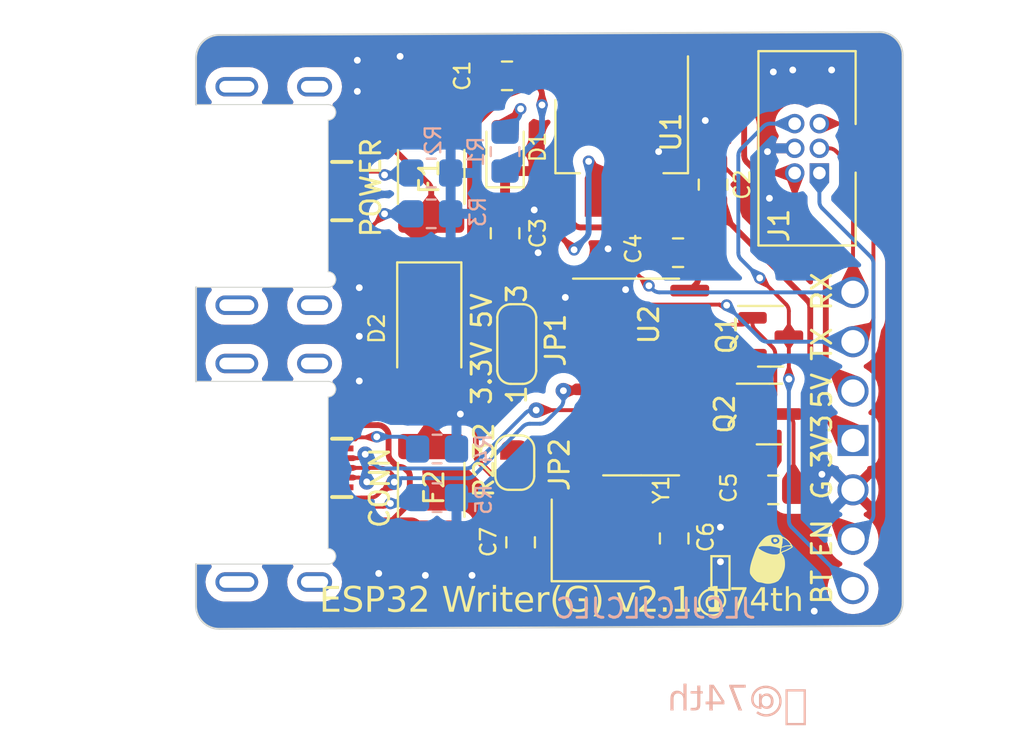
<source format=kicad_pcb>
(kicad_pcb (version 20221018) (generator pcbnew)
  (layers (0 "F.Cu" signal) (31 "B.Cu" signal) (34 "B.Paste" user) (35 "F.Paste" user) (36 "B.SilkS" user "B.Silkscreen") (37 "F.SilkS" user "F.Silkscreen") (38 "B.Mask" user) (39 "F.Mask" user) (44 "Edge.Cuts" user))
  (net 0 "")
  (net 1 "+5V")
  (net 2 "GND")
  (net 3 "+3V3")
  (net 4 "Net-(D1-A)")
  (net 5 "Net-(D2-A)")
  (net 6 "Net-(J4-VBUS)")
  (net 9 "Net-(J4-CC1)")
  (net 10 "RXD")
  (net 11 "TXD")
  (net 12 "RESET")
  (net 13 "BOOT")
  (net 14 "DM")
  (net 15 "DP")
  (net 16 "RTS")
  (net 17 "DTR")
  (net 18 "Net-(J4-CC2)")
  (net 19 "Net-(JP2-B)")
  (net 20 "Net-(J2-VBUS)")
  (net 21 "Net-(J2-CC1)")
  (net 22 "Net-(J2-CC2)")
  (net 23 "Net-(JP1-C)")
  (net 24 "Net-(U2-XI)")
  (net 25 "Net-(U2-XO)")
  (net 28 "Net-(JP1-B)")
  (footprint "$74th:Capacitor_0805_2012" (layer "F.Cu") (at 91.8 73 180)
    (fp_text reference "C4")
    (fp_text value "1u" hide)
  )
  (footprint "$74th:Capacitor_0805_2012" (layer "F.Cu") (at 82.9 72 90)
    (fp_text reference "C3")
    (fp_text value "100n" hide)
  )
  (footprint "$74th:Capacitor_0805_2012" (layer "F.Cu") (at 83 63.9 180)
    (fp_text reference "C1")
    (fp_text value "1u" hide)
  )
  (footprint "$74th:USB-C-12-Pin-MidMount-ali-v5" (layer "F.Cu") (at 67 70.08 -90)
    (fp_text reference "J2" hide)
    (fp_text value "USB2.0_C")
    (fp_line (start -4.7 -6.8) (end -4.7 0) (stroke (width 0.05)) (layer "Edge.Cuts"))
    (fp_line (start 3.9 -6.8) (end -3.9 -6.8) (stroke (width 0.05)) (layer "Edge.Cuts"))
    (fp_line (start 4.7 -6.8) (end 4.7 0) (stroke (width 0.05)) (layer "Edge.Cuts"))
    (fp_arc (start -4.7 -6.8) (mid -4.3 -7.193079) (end -3.9 -6.8) (stroke (width 0.05)) (layer "Edge.Cuts"))
    (fp_arc (start 3.9 -6.8) (mid 4.3 -7.193079) (end 4.7 -6.8) (stroke (width 0.05)) (layer "Edge.Cuts"))
  )
  (footprint "Jumper:SolderJumper-3_P1.3mm_Open_RoundedPad1.0x1.5mm_NumberLabels" (layer "F.Cu") (at 83.5 77.7 90)
    (fp_text reference "JP1")
    (fp_text value "Jumper_3_Open")
  )
  (footprint "$74th:74th-3mm" (layer "F.Cu") (at 96.52 88.9)
    (fp_text reference "G***" hide)
    (fp_text value "LOGO" hide)
  )
  (footprint "$74th:Capacitor_0805_2012" (layer "F.Cu") (at 96.7 85.2 180)
    (fp_text reference "C5")
    (fp_text value "100n" hide)
  )
  (footprint "Package_TO_SOT_SMD:SOT-23" (layer "F.Cu") (at 96.5625 77.3)
    (fp_text reference "Q1")
    (fp_text value "2N7002")
  )
  (footprint "$74th:Fuse_1812_4532Metric_Pad1.30x3.40mm_HandSolder" (layer "F.Cu") (at 79.1 69.1 90)
    (fp_text reference "F1")
    (fp_text value "Polyfuse")
  )
  (footprint "$74th:D_SMA" (layer "F.Cu") (at 79 76.9 -90)
    (fp_text reference "D2")
    (fp_text value "D_Schottky")
  )
  (footprint "$74th:Fuse_1812_4532Metric_Pad1.30x3.40mm_HandSolder" (layer "F.Cu") (at 79.1 85.2 90)
    (fp_text reference "F2")
    (fp_text value "Polyfuse")
  )
  (footprint "esp32-dev-board:UART" (layer "F.Cu") (at 102.07 73.77 -90)
    (fp_text reference "J3")
    (fp_text value "UART-OUTPUT")
  )
  (footprint "$74th:LED_0805_2012Metric_Pad1.15x1.40mm_HandSolder" (layer "F.Cu") (at 82.9 67.775 90)
    (fp_text reference "D1")
    (fp_text value "LED")
  )
  (footprint "Package_SO:SOP-16_3.9x9.9mm_P1.27mm" (layer "F.Cu") (at 89.9 79.395)
    (fp_text reference "U2")
    (fp_text value "CH340G")
  )
  (footprint "Package_TO_SOT_SMD:SOT-223-3_TabPin2" (layer "F.Cu") (at 88.9 67 -90)
    (fp_text reference "U1")
    (fp_text value "AMS1117-3.3")
  )
  (footprint "Jumper:SolderJumper-2_P1.3mm_Open_RoundedPad1.0x1.5mm" (layer "F.Cu") (at 83.4 83.8 90)
    (fp_text reference "JP2")
    (fp_text value "Jumper_2_Open")
  )
  (footprint "$74th:Crystal_SMD_3225-4Pin_3.2x2.5mm_HandSoldering" (layer "F.Cu") (at 87.8 87.8)
    (fp_text reference "Y1")
    (fp_text value "12M")
  )
  (footprint "$74th:USB-C-12-Pin-MidMount-ali-v5" (layer "F.Cu") (at 67 84.32 -90)
    (fp_text reference "J4" hide)
    (fp_text value "USB2.0_C")
    (fp_line (start -4.7 -6.8) (end -4.7 0) (stroke (width 0.05)) (layer "Edge.Cuts"))
    (fp_line (start 3.9 -6.8) (end -3.9 -6.8) (stroke (width 0.05)) (layer "Edge.Cuts"))
    (fp_line (start 4.7 -6.8) (end 4.7 0) (stroke (width 0.05)) (layer "Edge.Cuts"))
    (fp_arc (start -4.7 -6.8) (mid -4.3 -7.193079) (end -3.9 -6.8) (stroke (width 0.05)) (layer "Edge.Cuts"))
    (fp_arc (start 3.9 -6.8) (mid 4.3 -7.193079) (end 4.7 -6.8) (stroke (width 0.05)) (layer "Edge.Cuts"))
  )
  (footprint "$74th:twitter" (layer "F.Cu") (at 94.742 90.932)
    (fp_text reference "REF**" hide)
    (fp_text value "twitter" hide)
  )
  (footprint "$74th:BoxPinHeader_2x03_P1.27mm_Vertical" (layer "F.Cu") (at 98.435 67.63 180)
    (fp_text reference "J1")
    (fp_text value "ESP-Prog-ProgramCOM-SEND")
  )
  (footprint "$74th:Capacitor_0805_2012" (layer "F.Cu") (at 83.7 87.9 -90)
    (fp_text reference "C7")
    (fp_text value "22p" hide)
  )
  (footprint "Package_TO_SOT_SMD:SOT-23" (layer "F.Cu") (at 96.5 81.3)
    (fp_text reference "Q2")
    (fp_text value "2N7002")
  )
  (footprint "$74th:Capacitor_0805_2012" (layer "F.Cu") (at 93.6 69.5 90)
    (fp_text reference "C2")
    (fp_text value "1u" hide)
  )
  (footprint "$74th:Capacitor_0805_2012" (layer "F.Cu") (at 91.6 87.7 90)
    (fp_text reference "C6")
    (fp_text value "22p" hide)
  )
  (footprint "$74th:Register_0805_2012" (layer "B.Cu") (at 79.4 85.6)
    (fp_text reference "R5")
    (fp_text value "5.1k" hide)
  )
  (footprint "$74th:Register_0805_2012" (layer "B.Cu") (at 79.1 68.9)
    (fp_text reference "R2")
    (fp_text value "5.1k" hide)
  )
  (footprint "$74th:twitter" (layer "B.Cu") (at 95.25 96.012 180)
    (fp_text reference "REF**" hide)
    (fp_text value "twitter" hide)
  )
  (footprint "$74th:Register_0805_2012" (layer "B.Cu") (at 79.4 83.1)
    (fp_text reference "R4")
    (fp_text value "5.1k" hide)
  )
  (footprint "$74th:Register_0805_2012" (layer "B.Cu") (at 82.9 67.8 90)
    (fp_text reference "R1")
    (fp_text value "200" hide)
  )
  (footprint "$74th:Register_0805_2012" (layer "B.Cu") (at 79.1 71)
    (fp_text reference "R3")
    (fp_text value "5.1k" hide)
  )
  (gr_line (start 67 63) (end 67 65.38) (stroke (width 0.1)) (layer "Edge.Cuts"))
  (gr_line (start 67 74.78) (end 67 79.62) (stroke (width 0.1)) (layer "Edge.Cuts"))
  (gr_arc (start 67 63) (mid 67.351472 62.151472) (end 68.2 61.8) (stroke (width 0.1)) (layer "Edge.Cuts"))
  (gr_line (start 67 89.02) (end 67 91.151472) (stroke (width 0.1)) (layer "Edge.Cuts"))
  (gr_line (start 68.2 61.8) (end 102.151472 61.65) (stroke (width 0.1)) (layer "Edge.Cuts"))
  (gr_arc (start 102.151472 61.65) (mid 103 62.001472) (end 103.351472 62.85) (stroke (width 0.1)) (layer "Edge.Cuts"))
  (gr_line (start 103.351472 62.85) (end 103.351472 91) (stroke (width 0.1)) (layer "Edge.Cuts"))
  (gr_arc (start 68.2 92.35) (mid 67.351553 91.999488) (end 67 91.151472) (stroke (width 0.1)) (layer "Edge.Cuts"))
  (gr_line (start 68.2 92.35) (end 102.151472 92.2) (stroke (width 0.1)) (layer "Edge.Cuts"))
  (gr_arc (start 103.351472 91) (mid 103 91.848528) (end 102.151472 92.2) (stroke (width 0.1)) (layer "Edge.Cuts"))
  (gr_text "JLCJLCJLCJLC\n" (at 90.65 91.3) (layer "B.SilkS") (effects (font (size 1 1)) (justify mirror)))
  (gr_text "R232" (at 82.4 85.7 90) (layer "F.SilkS") (effects (font (size 1 1)) (justify left bottom)))
  (gr_text "ESP32 Writer(G) v2.1.1" (at 83.82 90.932) (layer "F.SilkS") (effects (font (size 1.3 1.3))))
  (gr_text "CONN" (at 76.454 85.09 90) (layer "F.SilkS") (effects (font (size 1 1))))
  (gr_text "POWER" (at 76 69.6468 90) (layer "F.SilkS") (effects (font (size 1 1))))
  (segment (start 93.953553 63.553553) (end 92.846446 62.446446) (width 0.3) (layer "F.Cu") (net 1))
  (segment (start 95.2 67.992893) (end 95.2 66.507107) (width 0.3) (layer "F.Cu") (net 1))
  (segment (start 82.5375 65.4) (end 84.0375 63.9) (width 0.3) (layer "F.Cu") (net 1))
  (segment (start 86.6 63.85) (end 84.0875 63.85) (width 0.3) (layer "F.Cu") (net 1))
  (segment (start 97.8 68.9) (end 96.107107 68.9) (width 0.3) (layer "F.Cu") (net 1))
  (segment (start 86.6 63.85) (end 86.6 65.692893) (width 0.3) (layer "F.Cu") (net 1))
  (segment (start 97.8 72.092893) (end 97.8 68.9) (width 0.3) (layer "F.Cu") (net 1))
  (segment (start 85.6 67.107107) (end 85.6 70.492893) (width 0.3) (layer "F.Cu") (net 1))
  (segment (start 92.8375 73) (end 93.9 73) (width 0.3) (layer "F.Cu") (net 1))
  (segment (start 82.4 65.4) (end 82.5375 65.4) (width 0.3) (layer "F.Cu") (net 1))
  (segment (start 84.653553 64.516053) (end 84.0375 63.9) (width 0.3) (layer "F.Cu") (net 1))
  (segment (start 86.6 63.507107) (end 86.6 63.85) (width 0.3) (layer "F.Cu") (net 1))
  (segment (start 93.746447 71.846447) (end 93.953554 72.053554) (width 0.3) (layer "F.Cu") (net 1))
  (segment (start 95.053553 66.153553) (end 94.246446 65.346446) (width 0.3) (layer "F.Cu") (net 1))
  (segment (start 99.4 78.512893) (end 99.4 74.107107) (width 0.3) (layer "F.Cu") (net 1))
  (segment (start 79 74.9) (end 79.2 74.9) (width 0.3) (layer "F.Cu") (net 1))
  (segment (start 92.8375 73) (end 92.8375 74.305393) (width 0.3) (layer "F.Cu") (net 1))
  (segment (start 84.8 65.4) (end 84.8 64.869607) (width 0.3) (layer "F.Cu") (net 1))
  (segment (start 92.691053 74.658947) (end 92.4 74.95) (width 0.3) (layer "F.Cu") (net 1))
  (segment (start 84.0875 63.85) (end 84.0375 63.9) (width 0.3) (layer "F.Cu") (net 1))
  (segment (start 94.1 72.407107) (end 94.1 72.592893) (width 0.3) (layer "F.Cu") (net 1))
  (segment (start 86.453553 66.046447) (end 85.746446 66.753554) (width 0.3) (layer "F.Cu") (net 1))
  (segment (start 79.1 66.7) (end 81.1 66.7) (width 0.3) (layer "F.Cu") (net 1))
  (segment (start 81.1 72.792893) (end 81.1 66.7) (width 0.3) (layer "F.Cu") (net 1))
  (segment (start 100.8 80.12) (end 99.546446 78.866446) (width 0.3) (layer "F.Cu") (net 1))
  (segment (start 94.1 64.992893) (end 94.1 63.907107) (width 0.3) (layer "F.Cu") (net 1))
  (segment (start 79.2 74.9) (end 80.953554 73.146446) (width 0.3) (layer "F.Cu") (net 1))
  (segment (start 93.9 73) (end 93.953554 72.946446) (width 0.3) (layer "F.Cu") (net 1))
  (segment (start 86.807107 71.7) (end 93.392893 71.7) (width 0.3) (layer "F.Cu") (net 1))
  (segment (start 92.492893 62.3) (end 87.807107 62.3) (width 0.3) (layer "F.Cu") (net 1))
  (segment (start 81.1 66.7) (end 82.4 65.4) (width 0.3) (layer "F.Cu") (net 1))
  (segment (start 87.453553 62.446447) (end 86.746446 63.153554) (width 0.3) (layer "F.Cu") (net 1))
  (segment (start 85.65 63.85) (end 86.6 63.85) (width 0.3) (layer "F.Cu") (net 1))
  (segment (start 95.753553 68.753553) (end 95.346446 68.346446) (width 0.3) (layer "F.Cu") (net 1))
  (segment (start 85.746447 70.846447) (end 86.453554 71.553554) (width 0.3) (layer "F.Cu") (net 1))
  (segment (start 99.253553 73.753553) (end 97.946446 72.446446) (width 0.3) (layer "F.Cu") (net 1))
  (via (at 84.8 65.4) (size 0.6) (drill 0.35) (layers "F.Cu" "B.Cu") (net 1))
  (arc (start 85.746447 70.846447) (mid 85.63806 70.684235) (end 85.6 70.492893) (width 0.3) (layer "F.Cu") (net 1))
  (arc (start 99.4 74.107107) (mid 99.36194 73.915765) (end 99.253553 73.753553) (width 0.3) (layer "F.Cu") (net 1))
  (arc (start 92.846446 62.446446) (mid 92.684234 62.33806) (end 92.492893 62.3) (width 0.3) (layer "F.Cu") (net 1))
  (arc (start 95.2 66.507107) (mid 95.16194 66.315765) (end 95.053553 66.153553) (width 0.3) (layer "F.Cu") (net 1))
  (arc (start 93.953553 63.553553) (mid 94.06194 63.715765) (end 94.1 63.907107) (width 0.3) (layer "F.Cu") (net 1))
  (arc (start 84.653553 64.516053) (mid 84.76194 64.678265) (end 84.8 64.869607) (width 0.3) (layer "F.Cu") (net 1))
  (arc (start 86.6 63.507107) (mid 86.63806 63.315766) (end 86.746446 63.153554) (width 0.3) (layer "F.Cu") (net 1))
  (arc (start 86.453553 66.046447) (mid 86.56194 65.884235) (end 86.6 65.692893) (width 0.3) (layer "F.Cu") (net 1))
  (arc (start 99.4 78.512893) (mid 99.43806 78.704234) (end 99.546446 78.866446) (width 0.3) (layer "F.Cu") (net 1))
  (arc (start 81.1 72.792893) (mid 81.06194 72.984234) (end 80.953554 73.146446) (width 0.3) (layer "F.Cu") (net 1))
  (arc (start 93.392893 71.7) (mid 93.584235 71.73806) (end 93.746447 71.846447) (width 0.3) (layer "F.Cu") (net 1))
  (arc (start 87.807107 62.3) (mid 87.615765 62.33806) (end 87.453553 62.446447) (width 0.3) (layer "F.Cu") (net 1))
  (arc (start 86.453554 71.553554) (mid 86.615766 71.66194) (end 86.807107 71.7) (width 0.3) (layer "F.Cu") (net 1))
  (arc (start 96.107107 68.9) (mid 95.915765 68.86194) (end 95.753553 68.753553) (width 0.3) (layer "F.Cu") (net 1))
  (arc (start 97.8 72.092893) (mid 97.83806 72.284234) (end 97.946446 72.446446) (width 0.3) (layer "F.Cu") (net 1))
  (arc (start 92.8375 74.305393) (mid 92.79944 74.496735) (end 92.691053 74.658947) (width 0.3) (layer "F.Cu") (net 1))
  (arc (start 94.1 72.407107) (mid 94.06194 72.215766) (end 93.953554 72.053554) (width 0.3) (layer "F.Cu") (net 1))
  (arc (start 95.2 67.992893) (mid 95.23806 68.184234) (end 95.346446 68.346446) (width 0.3) (layer "F.Cu") (net 1))
  (arc (start 94.1 64.992893) (mid 94.13806 65.184234) (end 94.246446 65.346446) (width 0.3) (layer "F.Cu") (net 1))
  (arc (start 85.746446 66.753554) (mid 85.63806 66.915766) (end 85.6 67.107107) (width 0.3) (layer "F.Cu") (net 1))
  (arc (start 94.1 72.592893) (mid 94.06194 72.784234) (end 93.953554 72.946446) (width 0.3) (layer "F.Cu") (net 1))
  (segment (start 82.9 68.8) (end 84.653554 67.046446) (width 0.3) (layer "B.Cu") (net 1))
  (segment (start 84.8 66.692893) (end 84.8 65.4) (width 0.3) (layer "B.Cu") (net 1))
  (arc (start 84.653554 67.046446) (mid 84.76194 66.884234) (end 84.8 66.692893) (width 0.3) (layer "B.Cu") (net 1))
  (segment (start 83.7 86.8625) (end 83.8375 86.725) (width 0.2) (layer "F.Cu") (net 2))
  (segment (start 90.7625 73) (end 88.607107 73) (width 0.2) (layer "F.Cu") (net 2))
  (segment (start 91.4625 88.875) (end 91.6 88.7375) (width 0.2) (layer "F.Cu") (net 2))
  (segment (start 93.855393 68.4625) (end 93.6 68.4625) (width 0.2) (layer "F.Cu") (net 2))
  (segment (start 88.253553 72.853553) (end 88.2 72.8) (width 0.2) (layer "F.Cu") (net 2))
  (segment (start 96.5 70.2) (end 96.007107 70.2) (width 0.2) (layer "F.Cu") (net 2))
  (segment (start 95.653553 70.053553) (end 94.208946 68.608946) (width 0.2) (layer "F.Cu") (net 2))
  (via (at 81.2 89.6) (size 0.6) (drill 0.35) (layers "F.Cu" "B.Cu") (net 2))
  (via (at 93.98 87.122) (size 0.6) (drill 0.35) (layers "F.Cu" "B.Cu") (net 2))
  (via (at 78.8 89.6) (size 0.6) (drill 0.35) (layers "F.Cu" "B.Cu") (net 2))
  (via (at 75.3 63.1) (size 0.6) (drill 0.35) (layers "F.Cu" "B.Cu") (net 2))
  (via (at 96.5 70.2) (size 0.6) (drill 0.35) (layers "F.Cu" "B.Cu") (net 2))
  (via (at 99.2 84.4) (size 0.6) (drill 0.35) (layers "F.Cu" "B.Cu") (net 2))
  (via (at 86 75.3) (size 0.6) (drill 0.35) (layers "F.Cu" "B.Cu") (net 2))
  (via (at 88.2 72.8) (size 0.6) (drill 0.35) (layers "F.Cu" "B.Cu") (net 2))
  (via (at 77.5 62.9) (size 0.6) (drill 0.35) (layers "F.Cu" "B.Cu") (net 2))
  (via (at 96.7 63.7) (size 0.6) (drill 0.35) (layers "F.Cu" "B.Cu") (net 2))
  (via (at 99.7 63.6) (size 0.6) (drill 0.35) (layers "F.Cu" "B.Cu") (net 2))
  (via (at 97.7 63.6) (size 0.6) (drill 0.35) (layers "F.Cu" "B.Cu") (net 2))
  (via (at 96.4 67.8) (size 0.6) (drill 0.35) (layers "F.Cu" "B.Cu") (net 2))
  (via (at 89.1 74.9) (size 0.6) (drill 0.35) (layers "F.Cu" "B.Cu") (net 2))
  (via (at 84.6 73) (size 0.6) (drill 0.35) (layers "F.Cu" "B.Cu") (net 2))
  (via (at 93.98 88.9) (size 0.6) (drill 0.35) (layers "F.Cu" "B.Cu") (net 2))
  (via (at 75.4 79.6) (size 0.6) (drill 0.35) (layers "F.Cu" "B.Cu") (net 2))
  (via (at 75.4 74.8) (size 0.6) (drill 0.35) (layers "F.Cu" "B.Cu") (net 2))
  (via (at 75.3 64.7) (size 0.6) (drill 0.35) (layers "F.Cu" "B.Cu") (net 2))
  (via (at 75.4 77.3) (size 0.6) (drill 0.35) (layers "F.Cu" "B.Cu") (net 2))
  (via (at 80.6 81.3) (size 0.6) (drill 0.35) (layers "F.Cu" "B.Cu") (net 2))
  (via (at 98.806 91.44) (size 0.6) (drill 0.35) (layers "F.Cu" "B.Cu") (net 2))
  (via (at 93.2 66.2) (size 0.6) (drill 0.35) (layers "F.Cu" "B.Cu") (net 2))
  (via (at 90.8 67.8) (size 0.6) (drill 0.35) (layers "F.Cu" "B.Cu") (net 2))
  (via (at 76.4 89.5) (size 0.6) (drill 0.35) (layers "F.Cu" "B.Cu") (net 2))
  (via (at 84.4 70.8) (size 0.6) (drill 0.35) (layers "F.Cu" "B.Cu") (net 2))
  (arc (start 93.855393 68.4625) (mid 94.046734 68.50056) (end 94.208946 68.608946) (width 0.2) (layer "F.Cu") (net 2))
  (arc (start 88.607107 73) (mid 88.415765 72.96194) (end 88.253553 72.853553) (width 0.2) (layer "F.Cu") (net 2))
  (arc (start 96.007107 70.2) (mid 95.815765 70.16194) (end 95.653553 70.053553) (width 0.2) (layer "F.Cu") (net 2))
  (segment (start 80.546447 81.353553) (end 80.6 81.3) (width 0.2) (layer "B.Cu") (net 2))
  (segment (start 97.8 67.63) (end 96.777107 67.63) (width 0.2) (layer "B.Cu") (net 2))
  (segment (start 96.423553 67.776447) (end 96.4 67.8) (width 0.2) (layer "B.Cu") (net 2))
  (segment (start 80.4 83.1) (end 80.4 81.707107) (width 0.2) (layer "B.Cu") (net 2))
  (arc (start 80.4 81.707107) (mid 80.43806 81.515765) (end 80.546447 81.353553) (width 0.2) (layer "B.Cu") (net 2))
  (arc (start 96.423553 67.776447) (mid 96.585765 67.66806) (end 96.777107 67.63) (width 0.2) (layer "B.Cu") (net 2))
  (segment (start 82.9 79) (end 82.107107 79) (width 0.3) (layer "F.Cu") (net 3))
  (segment (start 88.9 70.15) (end 88.9 70) (width 0.3) (layer "F.Cu") (net 3))
  (segment (start 81.4 79.9) (end 81.3 79.8) (width 0.3) (layer "F.Cu") (net 3))
  (segment (start 82.45429 72.1) (end 85.492893 72.1) (width 0.3) (layer "F.Cu") (net 3))
  (segment (start 96.5 73.5) (end 96 73) (width 0.3) (layer "F.Cu") (net 3))
  (segment (start 81.446447 74.353553) (end 81.653554 74.146446) (width 0.3) (layer "F.Cu") (net 3))
  (segment (start 85.846447 72.246447) (end 86.45 72.85) (width 0.3) (layer "F.Cu") (net 3))
  (segment (start 81.3 79.8) (end 81.3 79.6) (width 0.3) (layer "F.Cu") (net 3))
  (segment (start 82.153553 84.353553) (end 81.546446 83.746446) (width 0.3) (layer "F.Cu") (net 3))
  (segment (start 81.753553 79.146447) (end 81.3 79.6) (width 0.3) (layer "F.Cu") (net 3))
  (segment (start 88.9 70.15) (end 93.005393 70.15) (width 0.3) (layer "F.Cu") (net 3))
  (segment (start 98.453553 75.453553) (end 96.5 73.5) (width 0.3) (layer "F.Cu") (net 3))
  (segment (start 81.8 73.792893) (end 81.8 72.75429) (width 0.3) (layer "F.Cu") (net 3))
  (segment (start 88.9 70) (end 87.2 68.3) (width 0.3) (layer "F.Cu") (net 3))
  (segment (start 98.6 80.252893) (end 98.6 75.807107) (width 0.3) (layer "F.Cu") (net 3))
  (segment (start 88.9 70.15) (end 88.9 63.85) (width 0.3) (layer "F.Cu") (net 3))
  (segment (start 93.358947 70.296447) (end 93.6 70.5375) (width 0.3) (layer "F.Cu") (net 3))
  (segment (start 81.4 83.392893) (end 81.4 79.9) (width 0.3) (layer "F.Cu") (net 3))
  (segment (start 93.6 70.6) (end 96.5 73.5) (width 0.3) (layer "F.Cu") (net 3))
  (segment (start 81.3 79.6) (end 81.3 74.707107) (width 0.3) (layer "F.Cu") (net 3))
  (segment (start 82.8 84.5) (end 82.507107 84.5) (width 0.3) (layer "F.Cu") (net 3))
  (segment (start 100.8 82.66) (end 98.746446 80.606446) (width 0.3) (layer "F.Cu") (net 3))
  (segment (start 81.946447 72.400736) (end 82.100737 72.246446) (width 0.3) (layer "F.Cu") (net 3))
  (segment (start 93.6 70.5375) (end 93.6 70.6) (width 0.3) (layer "F.Cu") (net 3))
  (via (at 86.45 72.85) (size 0.6) (drill 0.35) (layers "F.Cu" "B.Cu") (net 3))
  (via (at 87.2 68.3) (size 0.6) (drill 0.35) (layers "F.Cu" "B.Cu") (net 3))
  (arc (start 82.107107 79) (mid 81.915765 79.03806) (end 81.753553 79.146447) (width 0.3) (layer "F.Cu") (net 3))
  (arc (start 93.005393 70.15) (mid 93.196735 70.18806) (end 93.358947 70.296447) (width 0.3) (layer "F.Cu") (net 3))
  (arc (start 81.446447 74.353553) (mid 81.33806 74.515765) (end 81.3 74.707107) (width 0.3) (layer "F.Cu") (net 3))
  (arc (start 81.4 83.392893) (mid 81.43806 83.584234) (end 81.546446 83.746446) (width 0.3) (layer "F.Cu") (net 3))
  (arc (start 82.45429 72.1) (mid 82.262949 72.13806) (end 82.100737 72.246446) (width 0.3) (layer "F.Cu") (net 3))
  (arc (start 98.6 80.252893) (mid 98.63806 80.444234) (end 98.746446 80.606446) (width 0.3) (layer "F.Cu") (net 3))
  (arc (start 98.453553 75.453553) (mid 98.56194 75.615765) (end 98.6 75.807107) (width 0.3) (layer "F.Cu") (net 3))
  (arc (start 81.653554 74.146446) (mid 81.76194 73.984234) (end 81.8 73.792893) (width 0.3) (layer "F.Cu") (net 3))
  (arc (start 82.507107 84.5) (mid 82.315765 84.46194) (end 82.153553 84.353553) (width 0.3) (layer "F.Cu") (net 3))
  (arc (start 85.492893 72.1) (mid 85.684235 72.13806) (end 85.846447 72.246447) (width 0.3) (layer "F.Cu") (net 3))
  (arc (start 81.8 72.75429) (mid 81.83806 72.562948) (end 81.946447 72.400736) (width 0.3) (layer "F.Cu") (net 3))
  (segment (start 86.45 72.85) (end 87.053554 72.246446) (width 0.3) (layer "B.Cu") (net 3))
  (segment (start 87.2 71.892893) (end 87.2 68.3) (width 0.3) (layer "B.Cu") (net 3))
  (arc (start 87.053554 72.246446) (mid 87.16194 72.084234) (end 87.2 71.892893) (width 0.3) (layer "B.Cu") (net 3))
  (segment (start 83.046447 66.253553) (end 83.7 65.6) (width 0.2) (layer "F.Cu") (net 4))
  (segment (start 82.9 66.75) (end 82.9 66.607107) (width 0.2) (layer "F.Cu") (net 4))
  (via (at 83.7 65.6) (size 0.6) (drill 0.35) (layers "F.Cu" "B.Cu") (net 4))
  (arc (start 83.046447 66.253553) (mid 82.93806 66.415765) (end 82.9 66.607107) (width 0.2) (layer "F.Cu") (net 4))
  (segment (start 83.553553 66.146447) (end 82.9 66.8) (width 0.2) (layer "B.Cu") (net 4))
  (segment (start 83.7 65.6) (end 83.7 65.792893) (width 0.2) (layer "B.Cu") (net 4))
  (arc (start 83.553553 66.146447) (mid 83.66194 65.984235) (end 83.7 65.792893) (width 0.2) (layer "B.Cu") (net 4))
  (segment (start 79.1 82.8) (end 79 82.7) (width 0.3) (layer "F.Cu") (net 5))
  (segment (start 79 82.7) (end 79 78.9) (width 0.3) (layer "F.Cu") (net 5))
  (segment (start 77.308601 83.961897) (end 77.053553 83.706849) (width 0.3) (layer "F.Cu") (net 6))
  (segment (start 78 84.507107) (end 77.998753 84.441445) (width 0.3) (layer "F.Cu") (net 6))
  (segment (start 77.461354 84.01829) (end 77.367591 84.01829) (width 0.3) (layer "F.Cu") (net 6))
  (segment (start 77.964765 84.314594) (end 77.814907 84.164736) (width 0.3) (layer "F.Cu") (net 6))
  (segment (start 76.361126 81.87) (end 74.4 81.87) (width 0.3) (layer "F.Cu") (net 6))
  (segment (start 77.998748 85.728555) (end 78 85.662893) (width 0.3) (layer "F.Cu") (net 6))
  (segment (start 77.8991 85.969133) (end 77.96476 85.855403) (width 0.3) (layer "F.Cu") (net 6))
  (segment (start 76.907107 83.353296) (end 76.907107 82.415981) (width 0.3) (layer "F.Cu") (net 6))
  (segment (start 78.416447 86.916447) (end 79.1 87.6) (width 0.3) (layer "F.Cu") (net 6))
  (segment (start 77.367591 84.01829) (end 77.308601 83.961897) (width 0.3) (layer "F.Cu") (net 6))
  (segment (start 77.1 86.77) (end 77.853554 86.016446) (width 0.3) (layer "F.Cu") (net 6))
  (segment (start 76.76066 82.062427) (end 76.714679 82.016446) (width 0.3) (layer "F.Cu") (net 6))
  (segment (start 74.4 86.77) (end 77.1 86.77) (width 0.3) (layer "F.Cu") (net 6))
  (segment (start 77.853554 86.016446) (end 77.8991 85.969133) (width 0.3) (layer "F.Cu") (net 6))
  (segment (start 78 85.662893) (end 78 84.507107) (width 0.3) (layer "F.Cu") (net 6))
  (segment (start 77.1 86.77) (end 78.062893 86.77) (width 0.3) (layer "F.Cu") (net 6))
  (segment (start 77.96476 85.855403) (end 77.998748 85.728555) (width 0.3) (layer "F.Cu") (net 6))
  (segment (start 77.998753 84.441445) (end 77.964765 84.314594) (width 0.3) (layer "F.Cu") (net 6))
  (arc (start 76.361126 81.87) (mid 76.552467 81.90806) (end 76.714679 82.016446) (width 0.3) (layer "F.Cu") (net 6))
  (arc (start 76.907107 82.415981) (mid 76.869047 82.224639) (end 76.76066 82.062427) (width 0.3) (layer "F.Cu") (net 6))
  (arc (start 78.416447 86.916447) (mid 78.254235 86.80806) (end 78.062893 86.77) (width 0.3) (layer "F.Cu") (net 6))
  (arc (start 77.461354 84.01829) (mid 77.652695 84.05635) (end 77.814907 84.164736) (width 0.3) (layer "F.Cu") (net 6))
  (arc (start 76.907107 83.353296) (mid 76.945167 83.544637) (end 77.053553 83.706849) (width 0.3) (layer "F.Cu") (net 6))
  (segment (start 74.93 83.07) (end 74.4 83.07) (width 0.2) (layer "F.Cu") (net 9))
  (segment (start 74.525 82.975) (end 74.753554 82.746446) (width 0.2) (layer "F.Cu") (net 9))
  (segment (start 74.525 83.07) (end 74.525 82.975) (width 0.2) (layer "F.Cu") (net 9))
  (segment (start 76.2695 82.5) (end 76.3 82.4695) (width 0.2) (layer "F.Cu") (net 9))
  (segment (start 75.107107 82.6) (end 75.2 82.6) (width 0.2) (layer "F.Cu") (net 9))
  (segment (start 76.3 82.4695) (end 76.1695 82.6) (width 0.2) (layer "F.Cu") (net 9))
  (segment (start 75.2 82.6) (end 75.3 82.5) (width 0.2) (layer "F.Cu") (net 9))
  (segment (start 75.3 82.5) (end 76.2695 82.5) (width 0.2) (layer "F.Cu") (net 9))
  (via (at 76.3 82.4695) (size 0.6) (drill 0.35) (layers "F.Cu" "B.Cu") (net 9))
  (arc (start 74.753554 82.746446) (mid 74.915766 82.63806) (end 75.107107 82.6) (width 0.2) (layer "F.Cu") (net 9))
  (segment (start 77.915947 82.615947) (end 78.4 83.1) (width 0.2) (layer "B.Cu") (net 9))
  (segment (start 76.3 82.4695) (end 77.562393 82.4695) (width 0.2) (layer "B.Cu") (net 9))
  (arc (start 77.562393 82.4695) (mid 77.753735 82.50756) (end 77.915947 82.615947) (width 0.2) (layer "B.Cu") (net 9))
  (segment (start 87.4 77.49) (end 85.497107 77.49) (width 0.2) (layer "F.Cu") (net 10))
  (segment (start 89.646447 74.046447) (end 90.3 74.7) (width 0.2) (layer "F.Cu") (net 10))
  (segment (start 85.143553 77.343553) (end 84.846446 77.046446) (width 0.2) (layer "F.Cu") (net 10))
  (segment (start 85.307107 73.9) (end 89.292893 73.9) (width 0.2) (layer "F.Cu") (net 10))
  (segment (start 100.8 75.04) (end 100.8 68.860001) (width 0.2) (layer "F.Cu") (net 10))
  (segment (start 84.846447 74.153553) (end 84.953554 74.046446) (width 0.2) (layer "F.Cu") (net 10))
  (segment (start 84.7 76.692893) (end 84.7 74.507107) (width 0.2) (layer "F.Cu") (net 10))
  (segment (start 100.653553 68.506447) (end 99.923552 67.776446) (width 0.2) (layer "F.Cu") (net 10))
  (segment (start 99.569999 67.63) (end 99.07 67.63) (width 0.2) (layer "F.Cu") (net 10))
  (via (at 90.3 74.7) (size 0.6) (drill 0.35) (layers "F.Cu" "B.Cu") (net 10))
  (arc (start 100.8 68.860001) (mid 100.76194 68.668659) (end 100.653553 68.506447) (width 0.2) (layer "F.Cu") (net 10))
  (arc (start 89.292893 73.9) (mid 89.484235 73.93806) (end 89.646447 74.046447) (width 0.2) (layer "F.Cu") (net 10))
  (arc (start 84.7 76.692893) (mid 84.73806 76.884234) (end 84.846446 77.046446) (width 0.2) (layer "F.Cu") (net 10))
  (arc (start 99.923552 67.776446) (mid 99.76134 67.66806) (end 99.569999 67.63) (width 0.2) (layer "F.Cu") (net 10))
  (arc (start 85.143553 77.343553) (mid 85.305765 77.45194) (end 85.497107 77.49) (width 0.2) (layer "F.Cu") (net 10))
  (arc (start 84.7 74.507107) (mid 84.73806 74.315765) (end 84.846447 74.153553) (width 0.2) (layer "F.Cu") (net 10))
  (arc (start 85.307107 73.9) (mid 85.115766 73.93806) (end 84.953554 74.046446) (width 0.2) (layer "F.Cu") (net 10))
  (segment (start 90.3 74.7) (end 90.493554 74.893554) (width 0.2) (layer "B.Cu") (net 10))
  (segment (start 90.847107 75.04) (end 100.8 75.04) (width 0.2) (layer "B.Cu") (net 10))
  (arc (start 90.493554 74.893554) (mid 90.655766 75.00194) (end 90.847107 75.04) (width 0.2) (layer "B.Cu") (net 10))
  (segment (start 101.703553 67.303553) (end 100.906446 66.506446) (width 0.2) (layer "F.Cu") (net 11))
  (segment (start 101.85 76.322893) (end 101.85 67.657107) (width 0.2) (layer "F.Cu") (net 11))
  (segment (start 100.552893 66.36) (end 99.07 66.36) (width 0.2) (layer "F.Cu") (net 11))
  (segment (start 100.8 77.58) (end 101.703554 76.676446) (width 0.2) (layer "F.Cu") (net 11))
  (segment (start 88.157107 75.67) (end 93.93 75.67) (width 0.2) (layer "F.Cu") (net 11))
  (segment (start 93.93 75.67) (end 93.96 75.7) (width 0.2) (layer "F.Cu") (net 11))
  (segment (start 87.4 76.22) (end 87.803554 75.816446) (width 0.2) (layer "F.Cu") (net 11))
  (segment (start 93.96 75.7) (end 94.3 75.7) (width 0.2) (layer "F.Cu") (net 11))
  (via (at 94.3 75.7) (size 0.6) (drill 0.35) (layers "F.Cu" "B.Cu") (net 11))
  (arc (start 100.906446 66.506446) (mid 100.744234 66.39806) (end 100.552893 66.36) (width 0.2) (layer "F.Cu") (net 11))
  (arc (start 101.703553 67.303553) (mid 101.81194 67.465765) (end 101.85 67.657107) (width 0.2) (layer "F.Cu") (net 11))
  (arc (start 101.85 76.322893) (mid 101.81194 76.514234) (end 101.703554 76.676446) (width 0.2) (layer "F.Cu") (net 11))
  (arc (start 88.157107 75.67) (mid 87.965766 75.70806) (end 87.803554 75.816446) (width 0.2) (layer "F.Cu") (net 11))
  (segment (start 94.3 75.7) (end 96.033554 77.433554) (width 0.2) (layer "B.Cu") (net 11))
  (segment (start 96.387107 77.58) (end 100.8 77.58) (width 0.2) (layer "B.Cu") (net 11))
  (arc (start 96.033554 77.433554) (mid 96.195766 77.54194) (end 96.387107 77.58) (width 0.2) (layer "B.Cu") (net 11))
  (segment (start 98.406447 85.346447) (end 100.8 87.74) (width 0.2) (layer "F.Cu") (net 12))
  (segment (start 97.591053 81.453553) (end 97.4375 81.3) (width 0.2) (layer "F.Cu") (net 12))
  (segment (start 97.7375 85.2) (end 98.052893 85.2) (width 0.2) (layer "F.Cu") (net 12))
  (segment (start 97.7375 85.2) (end 97.7375 81.807107) (width 0.2) (layer "F.Cu") (net 12))
  (arc (start 97.591053 81.453553) (mid 97.69944 81.615765) (end 97.7375 81.807107) (width 0.2) (layer "F.Cu") (net 12))
  (arc (start 98.406447 85.346447) (mid 98.244235 85.23806) (end 98.052893 85.2) (width 0.2) (layer "F.Cu") (net 12))
  (segment (start 99.07 68.9) (end 99.07 70.362893) (width 0.2) (layer "B.Cu") (net 12))
  (segment (start 101.703553 86.836447) (end 100.8 87.74) (width 0.2) (layer "B.Cu") (net 12))
  (segment (start 101.85 73.557107) (end 101.85 86.482893) (width 0.2) (layer "B.Cu") (net 12))
  (segment (start 99.216447 70.716447) (end 101.703554 73.203554) (width 0.2) (layer "B.Cu") (net 12))
  (arc (start 99.07 70.362893) (mid 99.10806 70.554235) (end 99.216447 70.716447) (width 0.2) (layer "B.Cu") (net 12))
  (arc (start 101.703553 86.836447) (mid 101.81194 86.674235) (end 101.85 86.482893) (width 0.2) (layer "B.Cu") (net 12))
  (arc (start 101.85 73.557107) (mid 101.81194 73.365766) (end 101.703554 73.203554) (width 0.2) (layer "B.Cu") (net 12))
  (segment (start 97.5 76.007107) (end 97.5 77.3) (width 0.2) (layer "F.Cu") (net 13))
  (segment (start 96 74.3) (end 97.353554 75.653554) (width 0.2) (layer "F.Cu") (net 13))
  (segment (start 97.5 77.3) (end 97.5 79.5) (width 0.2) (layer "F.Cu") (net 13))
  (via (at 96 74.3) (size 0.6) (drill 0.35) (layers "F.Cu" "B.Cu") (net 13))
  (via (at 97.5 79.5) (size 0.6) (drill 0.35) (layers "F.Cu" "B.Cu") (net 13))
  (arc (start 97.5 76.007107) (mid 97.46194 75.815766) (end 97.353554 75.653554) (width 0.2) (layer "F.Cu") (net 13))
  (segment (start 97.646447 87.126447) (end 100.8 90.28) (width 0.2) (layer "B.Cu") (net 13))
  (segment (start 95.046447 73.346447) (end 96 74.3) (width 0.2) (layer "B.Cu") (net 13))
  (segment (start 97.8 66.36) (end 96.547107 66.36) (width 0.2) (layer "B.Cu") (net 13))
  (segment (start 97.5 79.5) (end 97.5 86.772893) (width 0.2) (layer "B.Cu") (net 13))
  (segment (start 96.193553 66.506447) (end 95.046446 67.653554) (width 0.2) (layer "B.Cu") (net 13))
  (segment (start 94.9 68.007107) (end 94.9 72.992893) (width 0.2) (layer "B.Cu") (net 13))
  (arc (start 95.046447 73.346447) (mid 94.93806 73.184235) (end 94.9 72.992893) (width 0.2) (layer "B.Cu") (net 13))
  (arc (start 97.646447 87.126447) (mid 97.53806 86.964235) (end 97.5 86.772893) (width 0.2) (layer "B.Cu") (net 13))
  (arc (start 96.193553 66.506447) (mid 96.355765 66.39806) (end 96.547107 66.36) (width 0.2) (layer "B.Cu") (net 13))
  (arc (start 95.046446 67.653554) (mid 94.93806 67.815766) (end 94.9 68.007107) (width 0.2) (layer "B.Cu") (net 13))
  (segment (start 84.5 81.1005) (end 86.993393 81.1005) (width 0.2) (layer "F.Cu") (net 14))
  (segment (start 87.346947 81.246947) (end 87.4 81.3) (width 0.2) (layer "F.Cu") (net 14))
  (segment (start 75.704563 83.3705) (end 75.651509 83.423554) (width 0.2) (layer "F.Cu") (net 14))
  (segment (start 75.297956 83.57) (end 74.4 83.57) (width 0.2) (layer "F.Cu") (net 14))
  (segment (start 75.357965 84.57) (end 74.4 84.57) (width 0.2) (layer "F.Cu") (net 14))
  (segment (start 75.784914 84.789842) (end 75.711518 84.716446) (width 0.2) (layer "F.Cu") (net 14))
  (via (at 84.5 81.1005) (size 0.8) (drill 0.35) (layers "F.Cu" "B.Cu") (net 14))
  (via (at 75.704563 83.3705) (size 0.8) (drill 0.35) (layers "F.Cu" "B.Cu") (net 14))
  (via (at 75.784914 84.789842) (size 0.8) (drill 0.35) (layers "F.Cu" "B.Cu") (net 14))
  (arc (start 75.711518 84.716446) (mid 75.549306 84.60806) (end 75.357965 84.57) (width 0.2) (layer "F.Cu") (net 14))
  (arc (start 86.993393 81.1005) (mid 87.184735 81.13856) (end 87.346947 81.246947) (width 0.2) (layer "F.Cu") (net 14))
  (arc (start 75.651509 83.423554) (mid 75.489297 83.53194) (end 75.297956 83.57) (width 0.2) (layer "F.Cu") (net 14))
  (segment (start 76.64117 84.1) (end 80.892893 84.1) (width 0.2) (layer "B.Cu") (net 14))
  (segment (start 81.246447 83.953553) (end 83.953054 81.246946) (width 0.2) (layer "B.Cu") (net 14))
  (segment (start 75.704563 84.709491) (end 75.784914 84.789842) (width 0.2) (layer "B.Cu") (net 14))
  (segment (start 84.306607 81.1005) (end 84.5 81.1005) (width 0.2) (layer "B.Cu") (net 14))
  (segment (start 75.704563 83.3705) (end 75.704563 84.709491) (width 0.2) (layer "B.Cu") (net 14))
  (segment (start 75.704563 83.3705) (end 76.287617 83.953554) (width 0.2) (layer "B.Cu") (net 14))
  (arc (start 76.287617 83.953554) (mid 76.449829 84.06194) (end 76.64117 84.1) (width 0.2) (layer "B.Cu") (net 14))
  (arc (start 81.246447 83.953553) (mid 81.084235 84.06194) (end 80.892893 84.1) (width 0.2) (layer "B.Cu") (net 14))
  (arc (start 84.306607 81.1005) (mid 84.115266 81.13856) (end 83.953054 81.246946) (width 0.2) (layer "B.Cu") (net 14))
  (segment (start 74.3 85.17) (end 74.3 85.192893) (width 0.2) (layer "F.Cu") (net 15))
  (segment (start 74.446447 85.546447) (end 74.5 85.6) (width 0.2) (layer "F.Cu") (net 15))
  (segment (start 75.6 84.0705) (end 76.563393 84.0705) (width 0.2) (layer "F.Cu") (net 15))
  (segment (start 74.5 85.6) (end 75.5 85.6) (width 0.2) (layer "F.Cu") (net 15))
  (segment (start 77.2 84.707107) (end 77.2 84.7995) (width 0.2) (layer "F.Cu") (net 15))
  (segment (start 75.5 85.6) (end 75.992893 85.6) (width 0.2) (layer "F.Cu") (net 15))
  (segment (start 85.9 80.1) (end 87.33 80.1) (width 0.2) (layer "F.Cu") (net 15))
  (segment (start 87.33 80.1) (end 87.4 80.03) (width 0.2) (layer "F.Cu") (net 15))
  (segment (start 75.900752 84.1) (end 75.870252 84.0695) (width 0.2) (layer "F.Cu") (net 15))
  (segment (start 75.9 84.07) (end 74.4 84.07) (width 0.2) (layer "F.Cu") (net 15))
  (segment (start 76.7995 85.2) (end 77.2 84.7995) (width 0.2) (layer "F.Cu") (net 15))
  (segment (start 76.346447 85.453553) (end 76.6 85.2) (width 0.2) (layer "F.Cu") (net 15))
  (segment (start 76.916947 84.216947) (end 77.053554 84.353554) (width 0.2) (layer "F.Cu") (net 15))
  (segment (start 75.5 85.6) (end 75.8 85.6) (width 0.2) (layer "F.Cu") (net 15))
  (segment (start 74.4 85.07) (end 74.3 85.17) (width 0.2) (layer "F.Cu") (net 15))
  (segment (start 77.2 84.7995) (end 77.1005 84.7) (width 0.2) (layer "F.Cu") (net 15))
  (segment (start 76.6 85.2) (end 76.7995 85.2) (width 0.2) (layer "F.Cu") (net 15))
  (via (at 85.9 80.1) (size 0.8) (drill 0.35) (layers "F.Cu" "B.Cu") (net 15))
  (via (at 77.2 84.7995) (size 0.8) (drill 0.35) (layers "F.Cu" "B.Cu") (net 15))
  (arc (start 74.3 85.192893) (mid 74.33806 85.384235) (end 74.446447 85.546447) (width 0.2) (layer "F.Cu") (net 15))
  (arc (start 76.346447 85.453553) (mid 76.184235 85.56194) (end 75.992893 85.6) (width 0.2) (layer "F.Cu") (net 15))
  (arc (start 77.2 84.707107) (mid 77.16194 84.515766) (end 77.053554 84.353554) (width 0.2) (layer "F.Cu") (net 15))
  (arc (start 76.563393 84.0705) (mid 76.754735 84.10856) (end 76.916947 84.216947) (width 0.2) (layer "F.Cu") (net 15))
  (segment (start 84.172793 81.8) (end 84.692893 81.8) (width 0.2) (layer "B.Cu") (net 15))
  (segment (start 85.046447 81.653553) (end 85.753554 80.946446) (width 0.2) (layer "B.Cu") (net 15))
  (segment (start 81.312133 84.453553) (end 83.81924 81.946446) (width 0.2) (layer "B.Cu") (net 15))
  (segment (start 77.606607 84.6) (end 80.958579 84.6) (width 0.2) (layer "B.Cu") (net 15))
  (segment (start 77.2 84.7995) (end 77.253054 84.746446) (width 0.2) (layer "B.Cu") (net 15))
  (segment (start 85.9 80.592893) (end 85.9 80.1) (width 0.2) (layer "B.Cu") (net 15))
  (arc (start 81.312133 84.453553) (mid 81.149921 84.56194) (end 80.958579 84.6) (width 0.2) (layer "B.Cu") (net 15))
  (arc (start 84.172793 81.8) (mid 83.981452 81.83806) (end 83.81924 81.946446) (width 0.2) (layer "B.Cu") (net 15))
  (arc (start 85.753554 80.946446) (mid 85.86194 80.784234) (end 85.9 80.592893) (width 0.2) (layer "B.Cu") (net 15))
  (arc (start 84.692893 81.8) (mid 84.884235 81.76194) (end 85.046447 81.653553) (width 0.2) (layer "B.Cu") (net 15))
  (arc (start 77.606607 84.6) (mid 77.415266 84.63806) (end 77.253054 84.746446) (width 0.2) (layer "B.Cu") (net 15))
  (segment (start 96.8 80.292893) (end 96.8 78.207107) (width 0.2) (layer "F.Cu") (net 16))
  (segment (start 95.5625 82.25) (end 95.5625 81.944607) (width 0.2) (layer "F.Cu") (net 16))
  (segment (start 95.708947 81.591053) (end 96.653554 80.646446) (width 0.2) (layer "F.Cu") (net 16))
  (segment (start 95.421447 76.553553) (end 95.625 76.35) (width 0.2) (layer "F.Cu") (net 16))
  (segment (start 94.607107 76.7) (end 95.067893 76.7) (width 0.2) (layer "F.Cu") (net 16))
  (segment (start 95.625 76.617893) (end 95.625 76.35) (width 0.2) (layer "F.Cu") (net 16))
  (segment (start 96.653553 77.853553) (end 95.771446 76.971446) (width 0.2) (layer "F.Cu") (net 16))
  (segment (start 92.4 77.49) (end 93.402893 77.49) (width 0.2) (layer "F.Cu") (net 16))
  (segment (start 93.756447 77.343553) (end 94.253554 76.846446) (width 0.2) (layer "F.Cu") (net 16))
  (arc (start 95.5625 81.944607) (mid 95.60056 81.753265) (end 95.708947 81.591053) (width 0.2) (layer "F.Cu") (net 16))
  (arc (start 93.402893 77.49) (mid 93.594235 77.45194) (end 93.756447 77.343553) (width 0.2) (layer "F.Cu") (net 16))
  (arc (start 95.625 76.617893) (mid 95.66306 76.809234) (end 95.771446 76.971446) (width 0.2) (layer "F.Cu") (net 16))
  (arc (start 96.8 80.292893) (mid 96.76194 80.484234) (end 96.653554 80.646446) (width 0.2) (layer "F.Cu") (net 16))
  (arc (start 95.421447 76.553553) (mid 95.259235 76.66194) (end 95.067893 76.7) (width 0.2) (layer "F.Cu") (net 16))
  (arc (start 94.607107 76.7) (mid 94.415766 76.73806) (end 94.253554 76.846446) (width 0.2) (layer "F.Cu") (net 16))
  (arc (start 96.8 78.207107) (mid 96.76194 78.015765) (end 96.653553 77.853553) (width 0.2) (layer "F.Cu") (net 16))
  (segment (start 95.625 78.25) (end 95.625 80.2875) (width 0.2) (layer "F.Cu") (net 17))
  (segment (start 92.4 78.76) (end 94.907893 78.76) (width 0.2) (layer "F.Cu") (net 17))
  (segment (start 95.261447 78.613553) (end 95.625 78.25) (width 0.2) (layer "F.Cu") (net 17))
  (segment (start 95.625 80.2875) (end 95.5625 80.35) (width 0.2) (layer "F.Cu") (net 17))
  (arc (start 94.907893 78.76) (mid 95.099235 78.72194) (end 95.261447 78.613553) (width 0.2) (layer "F.Cu") (net 17))
  (segment (start 76.622893 86.07) (end 74.4 86.07) (width 0.2) (layer "F.Cu") (net 18))
  (segment (start 77 85.9) (end 76.976446 85.923554) (width 0.2) (layer "F.Cu") (net 18))
  (via (at 77 85.9) (size 0.6) (drill 0.35) (layers "F.Cu" "B.Cu") (net 18))
  (arc (start 76.976446 85.923554) (mid 76.814234 86.03194) (end 76.622893 86.07) (width 0.2) (layer "F.Cu") (net 18))
  (segment (start 78.246447 85.753553) (end 78.4 85.6) (width 0.2) (layer "B.Cu") (net 18))
  (segment (start 77 85.9) (end 77.892893 85.9) (width 0.2) (layer "B.Cu") (net 18))
  (arc (start 77.892893 85.9) (mid 78.084235 85.86194) (end 78.246447 85.753553) (width 0.2) (layer "B.Cu") (net 18))
  (segment (start 91.187107 76.22) (end 92.4 76.22) (width 0.2) (layer "F.Cu") (net 19))
  (segment (start 89.4 80.729289) (end 89.4 78.007107) (width 0.2) (layer "F.Cu") (net 19))
  (segment (start 88.532843 81.803553) (end 89.253554 81.082842) (width 0.2) (layer "F.Cu") (net 19))
  (segment (start 82.8 83.2) (end 84.342893 83.2) (width 0.2) (layer "F.Cu") (net 19))
  (segment (start 84.696447 83.053553) (end 85.653554 82.096446) (width 0.2) (layer "F.Cu") (net 19))
  (segment (start 89.546447 77.653553) (end 90.833554 76.366446) (width 0.2) (layer "F.Cu") (net 19))
  (segment (start 86.007107 81.95) (end 88.179289 81.95) (width 0.2) (layer "F.Cu") (net 19))
  (arc (start 89.4 80.729289) (mid 89.36194 80.92063) (end 89.253554 81.082842) (width 0.2) (layer "F.Cu") (net 19))
  (arc (start 84.342893 83.2) (mid 84.534235 83.16194) (end 84.696447 83.053553) (width 0.2) (layer "F.Cu") (net 19))
  (arc (start 91.187107 76.22) (mid 90.995766 76.25806) (end 90.833554 76.366446) (width 0.2) (layer "F.Cu") (net 19))
  (arc (start 88.179289 81.95) (mid 88.370631 81.91194) (end 88.532843 81.803553) (width 0.2) (layer "F.Cu") (net 19))
  (arc (start 89.4 78.007107) (mid 89.43806 77.815765) (end 89.546447 77.653553) (width 0.2) (layer "F.Cu") (net 19))
  (arc (start 86.007107 81.95) (mid 85.815766 81.98806) (end 85.653554 82.096446) (width 0.2) (layer "F.Cu") (net 19))
  (segment (start 74.4 67.63) (end 76.922893 67.63) (width 0.3) (layer "F.Cu") (net 20))
  (segment (start 78.216447 72.383553) (end 79.1 71.5) (width 0.3) (layer "F.Cu") (net 20))
  (segment (start 79.1 69.807107) (end 79.1 71.5) (width 0.3) (layer "F.Cu") (net 20))
  (segment (start 74.4 72.53) (end 77.862893 72.53) (width 0.3) (layer "F.Cu") (net 20))
  (segment (start 77.276447 67.776447) (end 78.953554 69.453554) (width 0.3) (layer "F.Cu") (net 20))
  (arc (start 76.922893 67.63) (mid 77.114235 67.66806) (end 77.276447 67.776447) (width 0.3) (layer "F.Cu") (net 20))
  (arc (start 78.216447 72.383553) (mid 78.054235 72.49194) (end 77.862893 72.53) (width 0.3) (layer "F.Cu") (net 20))
  (arc (start 79.1 69.807107) (mid 79.06194 69.615766) (end 78.953554 69.453554) (width 0.3) (layer "F.Cu") (net 20))
  (segment (start 76.676447 68.976447) (end 76.7 69) (width 0.2) (layer "F.Cu") (net 21))
  (segment (start 74.4 68.83) (end 76.322893 68.83) (width 0.2) (layer "F.Cu") (net 21))
  (via (at 76.7 69) (size 0.6) (drill 0.35) (layers "F.Cu" "B.Cu") (net 21))
  (arc (start 76.676447 68.976447) (mid 76.514235 68.86806) (end 76.322893 68.83) (width 0.2) (layer "F.Cu") (net 21))
  (segment (start 78 69) (end 78.1 68.9) (width 0.2) (layer "B.Cu") (net 21))
  (segment (start 76.7 69) (end 78 69) (width 0.2) (layer "B.Cu") (net 21))
  (segment (start 76.016447 71.683553) (end 76.7 71) (width 0.2) (layer "F.Cu") (net 22))
  (segment (start 74.4 71.83) (end 75.662893 71.83) (width 0.2) (layer "F.Cu") (net 22))
  (via (at 76.7 71) (size 0.6) (drill 0.35) (layers "F.Cu" "B.Cu") (net 22))
  (arc (start 76.016447 71.683553) (mid 75.854235 71.79194) (end 75.662893 71.83) (width 0.2) (layer "F.Cu") (net 22))
  (segment (start 76.7 71) (end 78.1 71) (width 0.2) (layer "B.Cu") (net 22))
  (segment (start 82.9 77.7) (end 83.992893 77.7) (width 0.2) (layer "F.Cu") (net 23))
  (segment (start 85.407107 78.7) (end 87.34 78.7) (width 0.2) (layer "F.Cu") (net 23))
  (segment (start 87.34 78.7) (end 87.4 78.76) (width 0.2) (layer "F.Cu") (net 23))
  (segment (start 84.346447 77.846447) (end 85.053554 78.553554) (width 0.2) (layer "F.Cu") (net 23))
  (arc (start 83.992893 77.7) (mid 84.184235 77.73806) (end 84.346447 77.846447) (width 0.2) (layer "F.Cu") (net 23))
  (arc (start 85.407107 78.7) (mid 85.215766 78.66194) (end 85.053554 78.553554) (width 0.2) (layer "F.Cu") (net 23))
  (segment (start 91.5375 86.725) (end 91.6 86.6625) (width 0.2) (layer "F.Cu") (net 24))
  (segment (start 89.15 86.725) (end 91.5375 86.725) (width 0.2) (layer "F.Cu") (net 24))
  (segment (start 88.162893 82.57) (end 87.4 82.57) (width 0.2) (layer "F.Cu") (net 24))
  (segment (start 89.003553 83.203553) (end 88.516446 82.716446) (width 0.2) (layer "F.Cu") (net 24))
  (segment (start 89.15 86.725) (end 89.15 83.557107) (width 0.2) (layer "F.Cu") (net 24))
  (arc (start 88.162893 82.57) (mid 88.354234 82.60806) (end 88.516446 82.716446) (width 0.2) (layer "F.Cu") (net 24))
  (arc (start 89.003553 83.203553) (mid 89.11194 83.365765) (end 89.15 83.557107) (width 0.2) (layer "F.Cu") (net 24))
  (segment (start 87.371447 88.728553) (end 87.653554 88.446446) (width 0.2) (layer "F.Cu") (net 25))
  (segment (start 83.7625 88.875) (end 86.45 88.875) (width 0.2) (layer "F.Cu") (net 25))
  (segment (start 87.8 88.092893) (end 87.8 85.607107) (width 0.2) (layer "F.Cu") (net 25))
  (segment (start 86.45 88.875) (end 87.017893 88.875) (width 0.2) (layer "F.Cu") (net 25))
  (segment (start 83.7 88.9375) (end 83.7625 88.875) (width 0.2) (layer "F.Cu") (net 25))
  (segment (start 87.653553 85.253553) (end 87.546446 85.146446) (width 0.2) (layer "F.Cu") (net 25))
  (segment (start 87.4 84.792893) (end 87.4 83.84) (width 0.2) (layer "F.Cu") (net 25))
  (arc (start 87.371447 88.728553) (mid 87.209235 88.83694) (end 87.017893 88.875) (width 0.2) (layer "F.Cu") (net 25))
  (arc (start 87.546446 85.146446) (mid 87.43806 84.984234) (end 87.4 84.792893) (width 0.2) (layer "F.Cu") (net 25))
  (arc (start 87.653554 88.446446) (mid 87.76194 88.284234) (end 87.8 88.092893) (width 0.2) (layer "F.Cu") (net 25))
  (arc (start 87.8 85.607107) (mid 87.76194 85.415765) (end 87.653553 85.253553) (width 0.2) (layer "F.Cu") (net 25))
  (segment (start 82.9 76.4) (end 82.9 73.0375) (width 0.2) (layer "F.Cu") (net 28))
  (zone (net 2) (net_name "GND") (layers "F&B.Cu") (connect_pads (clearance 0.508)) (min_thickness 0.254) (fill yes (thermal_gap 0.508) (thermal_bridge_width 0.508) (island_removal_mode 2) (island_area_min 10))
    (polygon (pts (xy 64.8 60.3) (xy 105.9 60) (xy 105.4 94.7) (xy 64 94.7)))
  )
)
</source>
